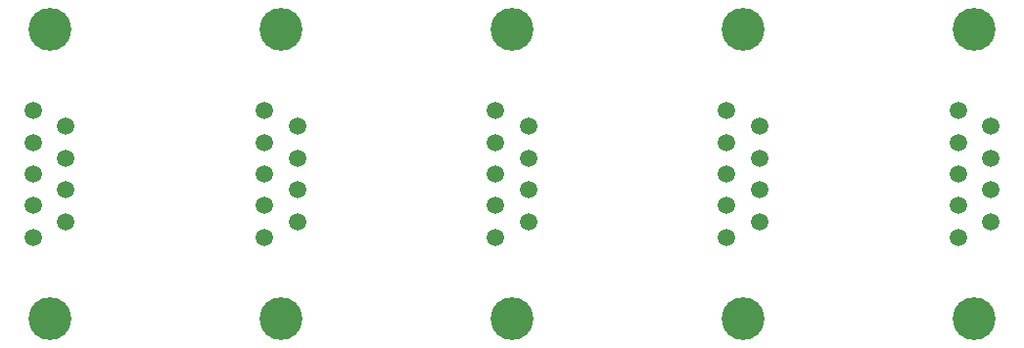
<source format=gbr>
%TF.GenerationSoftware,Altium Limited,Altium Designer,21.2.2 (38)*%
G04 Layer_Color=8388736*
%FSLAX45Y45*%
%MOMM*%
%TF.SameCoordinates,91962C55-0A3B-46C8-9624-B1D99F5FF45C*%
%TF.FilePolarity,Negative*%
%TF.FileFunction,Soldermask,Top*%
%TF.Part,Single*%
G01*
G75*
%TA.AperFunction,ComponentPad*%
%ADD10C,1.50000*%
%TA.AperFunction,ViaPad*%
%ADD11C,3.70000*%
D10*
X8857760Y2548640D02*
D03*
Y2274320D02*
D03*
Y2000000D02*
D03*
Y1725680D02*
D03*
Y1451360D02*
D03*
X9142240Y2411480D02*
D03*
Y2137160D02*
D03*
Y1862840D02*
D03*
Y1588520D02*
D03*
X6857760Y2548640D02*
D03*
Y2274320D02*
D03*
Y2000000D02*
D03*
Y1725680D02*
D03*
Y1451360D02*
D03*
X7142240Y2411480D02*
D03*
Y2137160D02*
D03*
Y1862840D02*
D03*
Y1588520D02*
D03*
X4857760Y2548640D02*
D03*
Y2274320D02*
D03*
Y2000000D02*
D03*
Y1725680D02*
D03*
Y1451360D02*
D03*
X5142240Y2411480D02*
D03*
Y2137160D02*
D03*
Y1862840D02*
D03*
Y1588520D02*
D03*
X2857760Y2548640D02*
D03*
Y2274320D02*
D03*
Y2000000D02*
D03*
Y1725680D02*
D03*
Y1451360D02*
D03*
X3142240Y2411480D02*
D03*
Y2137160D02*
D03*
Y1862840D02*
D03*
Y1588520D02*
D03*
X857760Y2548640D02*
D03*
Y2274320D02*
D03*
Y2000000D02*
D03*
Y1725680D02*
D03*
Y1451360D02*
D03*
X1142240Y2411480D02*
D03*
Y2137160D02*
D03*
Y1862840D02*
D03*
Y1588520D02*
D03*
D11*
X9000000Y3249680D02*
D03*
Y749680D02*
D03*
X7000000Y3249680D02*
D03*
Y749680D02*
D03*
X5000000Y3249680D02*
D03*
Y749680D02*
D03*
X3000000Y3249680D02*
D03*
Y749680D02*
D03*
X1000000Y3249680D02*
D03*
Y749680D02*
D03*
%TF.MD5,4efc6c508df2fd203c65715b66185b39*%
M02*

</source>
